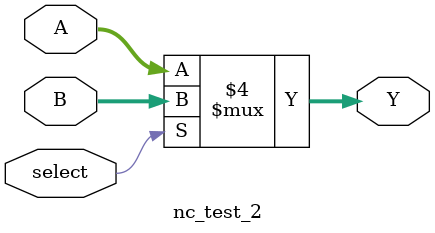
<source format=v>

`timescale 1ns / 100ps

module nc_test_2(Y, A, B, select);
output [15:0] Y;
input [15:0] A, B;
input select;
reg [15:0] Y;
always @(A or B or select)
if (select == 1'b0)
Y = A;
else
Y = B;
endmodule

</source>
